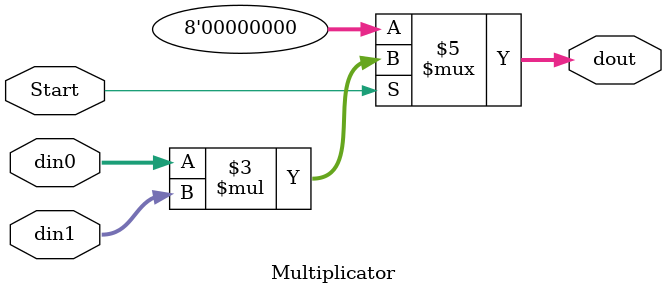
<source format=v>
`timescale 1ns / 1ps

module Multiplicator(Start, din0, din1, dout);
  input Start;
  input [3:0] din0, din1;
  output reg [7:0] dout;//4bit 두 수의 곱은 최대 8bit

  always @(*) begin
    if(!Start) dout = 8'b0;//Start가 0이면 dout 0으로 초기화
    else dout = din0 * din1;//Start가 1이면 dout은  din0*din1
  end//always
endmodule

</source>
